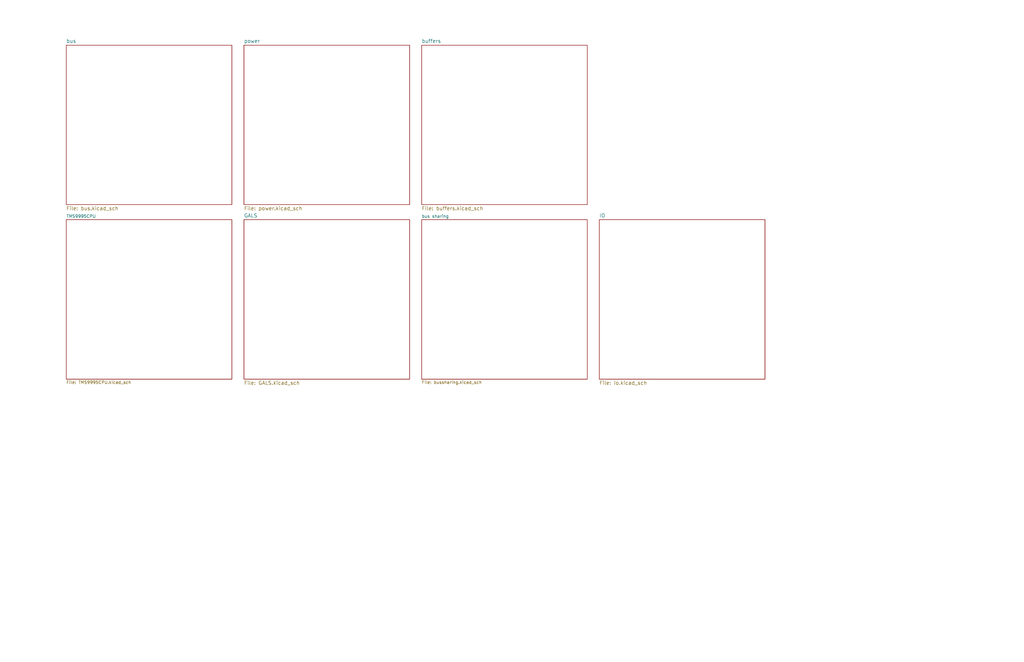
<source format=kicad_sch>
(kicad_sch (version 20211123) (generator eeschema)

  (uuid 18cdbc1e-88fb-4fa4-ad3d-e978304be174)

  (paper "B")

  (title_block
    (title "DuoDyne TMS9995 CPU board")
    (date "2023-10-14")
    (rev "V0.5")
  )

  (lib_symbols
  )


  (sheet (at 102.87 92.71) (size 69.85 67.31) (fields_autoplaced)
    (stroke (width 0) (type solid) (color 0 0 0 0))
    (fill (color 0 0 0 0.0000))
    (uuid 00000000-0000-0000-0000-0000640c66b9)
    (property "Sheet name" "GALS" (id 0) (at 102.87 91.8714 0)
      (effects (font (size 1.524 1.524)) (justify left bottom))
    )
    (property "Sheet file" "GALS.kicad_sch" (id 1) (at 102.87 160.7062 0)
      (effects (font (size 1.524 1.524)) (justify left top))
    )
  )

  (sheet (at 252.73 92.71) (size 69.85 67.31) (fields_autoplaced)
    (stroke (width 0) (type solid) (color 0 0 0 0))
    (fill (color 0 0 0 0.0000))
    (uuid 00000000-0000-0000-0000-000064122c47)
    (property "Sheet name" "IO" (id 0) (at 252.73 91.8714 0)
      (effects (font (size 1.524 1.524)) (justify left bottom))
    )
    (property "Sheet file" "io.kicad_sch" (id 1) (at 252.73 160.7062 0)
      (effects (font (size 1.524 1.524)) (justify left top))
    )
  )

  (sheet (at 27.94 19.05) (size 69.85 67.31) (fields_autoplaced)
    (stroke (width 0) (type solid) (color 0 0 0 0))
    (fill (color 0 0 0 0.0000))
    (uuid 00000000-0000-0000-0000-00006416c532)
    (property "Sheet name" "bus" (id 0) (at 27.94 18.2114 0)
      (effects (font (size 1.524 1.524)) (justify left bottom))
    )
    (property "Sheet file" "bus.kicad_sch" (id 1) (at 27.94 87.0462 0)
      (effects (font (size 1.524 1.524)) (justify left top))
    )
  )

  (sheet (at 102.87 19.05) (size 69.85 67.31) (fields_autoplaced)
    (stroke (width 0) (type solid) (color 0 0 0 0))
    (fill (color 0 0 0 0.0000))
    (uuid 00000000-0000-0000-0000-0000643138dc)
    (property "Sheet name" "power" (id 0) (at 102.87 18.2114 0)
      (effects (font (size 1.524 1.524)) (justify left bottom))
    )
    (property "Sheet file" "power.kicad_sch" (id 1) (at 102.87 87.0462 0)
      (effects (font (size 1.524 1.524)) (justify left top))
    )
  )

  (sheet (at 177.8 19.05) (size 69.85 67.31) (fields_autoplaced)
    (stroke (width 0) (type solid) (color 0 0 0 0))
    (fill (color 0 0 0 0.0000))
    (uuid 00000000-0000-0000-0000-00006439f52f)
    (property "Sheet name" "buffers" (id 0) (at 177.8 18.2114 0)
      (effects (font (size 1.524 1.524)) (justify left bottom))
    )
    (property "Sheet file" "buffers.kicad_sch" (id 1) (at 177.8 87.0462 0)
      (effects (font (size 1.524 1.524)) (justify left top))
    )
  )

  (sheet (at 27.94 92.71) (size 69.85 67.31) (fields_autoplaced)
    (stroke (width 0.1524) (type solid) (color 0 0 0 0))
    (fill (color 0 0 0 0.0000))
    (uuid ba44e7a1-24af-4410-9b7f-d27d944b565f)
    (property "Sheet name" "TMS9995CPU" (id 0) (at 27.94 91.9984 0)
      (effects (font (size 1.27 1.27)) (justify left bottom))
    )
    (property "Sheet file" "TMS9995CPU.kicad_sch" (id 1) (at 27.94 160.6046 0)
      (effects (font (size 1.27 1.27)) (justify left top))
    )
  )

  (sheet (at 177.8 92.71) (size 69.85 67.31) (fields_autoplaced)
    (stroke (width 0.1524) (type solid) (color 0 0 0 0))
    (fill (color 0 0 0 0.0000))
    (uuid ff72463c-5183-4732-aac6-18e75b0f54a5)
    (property "Sheet name" "bus sharing" (id 0) (at 177.8 91.9984 0)
      (effects (font (size 1.27 1.27)) (justify left bottom))
    )
    (property "Sheet file" "bussharing.kicad_sch" (id 1) (at 177.8 160.6046 0)
      (effects (font (size 1.27 1.27)) (justify left top))
    )
  )

  (sheet_instances
    (path "/" (page "1"))
    (path "/00000000-0000-0000-0000-00006416c532" (page "2"))
    (path "/00000000-0000-0000-0000-0000643138dc" (page "4"))
    (path "/00000000-0000-0000-0000-0000640c66b9" (page "5"))
    (path "/00000000-0000-0000-0000-00006439f52f" (page "6"))
    (path "/ba44e7a1-24af-4410-9b7f-d27d944b565f" (page "9"))
    (path "/ff72463c-5183-4732-aac6-18e75b0f54a5" (page "9"))
    (path "/00000000-0000-0000-0000-000064122c47" (page "11"))
  )

  (symbol_instances
    (path "/00000000-0000-0000-0000-0000643138dc/00000000-0000-0000-0000-000061bf5d9e"
      (reference "#FLG01") (unit 1) (value "PWR_FLAG") (footprint "")
    )
    (path "/00000000-0000-0000-0000-0000643138dc/00000000-0000-0000-0000-000061c30931"
      (reference "#FLG02") (unit 1) (value "PWR_FLAG") (footprint "")
    )
    (path "/00000000-0000-0000-0000-0000643138dc/00000000-0000-0000-0000-0000677ee733"
      (reference "#FLG03") (unit 1) (value "PWR_FLAG") (footprint "")
    )
    (path "/00000000-0000-0000-0000-0000643138dc/00000000-0000-0000-0000-0000677eae37"
      (reference "#FLG04") (unit 1) (value "PWR_FLAG") (footprint "")
    )
    (path "/00000000-0000-0000-0000-0000643138dc/00000000-0000-0000-0000-000074815b64"
      (reference "#PWR01") (unit 1) (value "VCC") (footprint "")
    )
    (path "/00000000-0000-0000-0000-0000643138dc/00000000-0000-0000-0000-0000678b4d3c"
      (reference "#PWR02") (unit 1) (value "GND") (footprint "")
    )
    (path "/00000000-0000-0000-0000-0000643138dc/0b05c438-0a18-42a3-80d9-a010ec50bc5f"
      (reference "#PWR03") (unit 1) (value "VCC") (footprint "")
    )
    (path "/00000000-0000-0000-0000-0000643138dc/00000000-0000-0000-0000-0000748148d0"
      (reference "#PWR04") (unit 1) (value "GND") (footprint "")
    )
    (path "/00000000-0000-0000-0000-0000643138dc/00000000-0000-0000-0000-00006078f299"
      (reference "#PWR05") (unit 1) (value "VCC") (footprint "")
    )
    (path "/00000000-0000-0000-0000-0000643138dc/00000000-0000-0000-0000-00005dc72f1a"
      (reference "#PWR06") (unit 1) (value "GND") (footprint "")
    )
    (path "/00000000-0000-0000-0000-0000643138dc/00000000-0000-0000-0000-000074740b2a"
      (reference "#PWR07") (unit 1) (value "VCC") (footprint "")
    )
    (path "/00000000-0000-0000-0000-0000643138dc/00000000-0000-0000-0000-000074741222"
      (reference "#PWR08") (unit 1) (value "GND") (footprint "")
    )
    (path "/00000000-0000-0000-0000-0000643138dc/00000000-0000-0000-0000-00006423b698"
      (reference "#PWR09") (unit 1) (value "GND") (footprint "")
    )
    (path "/00000000-0000-0000-0000-000064122c47/15071791-b3d4-4887-86a6-57d170297b9a"
      (reference "#PWR010") (unit 1) (value "GND") (footprint "")
    )
    (path "/00000000-0000-0000-0000-0000643138dc/00000000-0000-0000-0000-00006404b16d"
      (reference "#PWR011") (unit 1) (value "GND") (footprint "")
    )
    (path "/00000000-0000-0000-0000-0000640c66b9/a4797f3b-ac68-4414-b86f-be7c6e559220"
      (reference "#PWR012") (unit 1) (value "VCC") (footprint "")
    )
    (path "/00000000-0000-0000-0000-0000640c66b9/2efad921-8ad6-4dc4-b1b8-f0f724348af4"
      (reference "#PWR013") (unit 1) (value "GND") (footprint "")
    )
    (path "/00000000-0000-0000-0000-00006439f52f/00000000-0000-0000-0000-00006442f2c6"
      (reference "#PWR014") (unit 1) (value "VCC") (footprint "")
    )
    (path "/00000000-0000-0000-0000-00006439f52f/00000000-0000-0000-0000-00006442f2cc"
      (reference "#PWR015") (unit 1) (value "GND") (footprint "")
    )
    (path "/00000000-0000-0000-0000-00006439f52f/00000000-0000-0000-0000-00006449eaff"
      (reference "#PWR016") (unit 1) (value "VCC") (footprint "")
    )
    (path "/00000000-0000-0000-0000-00006439f52f/00000000-0000-0000-0000-00006449eb05"
      (reference "#PWR017") (unit 1) (value "GND") (footprint "")
    )
    (path "/00000000-0000-0000-0000-00006439f52f/00000000-0000-0000-0000-00006424b529"
      (reference "#PWR018") (unit 1) (value "VCC") (footprint "")
    )
    (path "/00000000-0000-0000-0000-00006439f52f/00000000-0000-0000-0000-00006424b533"
      (reference "#PWR019") (unit 1) (value "GND") (footprint "")
    )
    (path "/00000000-0000-0000-0000-00006439f52f/00000000-0000-0000-0000-00006450229d"
      (reference "#PWR020") (unit 1) (value "VCC") (footprint "")
    )
    (path "/00000000-0000-0000-0000-00006439f52f/00000000-0000-0000-0000-0000645022a3"
      (reference "#PWR021") (unit 1) (value "GND") (footprint "")
    )
    (path "/00000000-0000-0000-0000-00006439f52f/00000000-0000-0000-0000-0000645681a7"
      (reference "#PWR022") (unit 1) (value "VCC") (footprint "")
    )
    (path "/00000000-0000-0000-0000-00006439f52f/00000000-0000-0000-0000-0000645681ad"
      (reference "#PWR023") (unit 1) (value "GND") (footprint "")
    )
    (path "/00000000-0000-0000-0000-00006439f52f/00000000-0000-0000-0000-000064568219"
      (reference "#PWR024") (unit 1) (value "VCC") (footprint "")
    )
    (path "/00000000-0000-0000-0000-00006439f52f/00000000-0000-0000-0000-000064568202"
      (reference "#PWR025") (unit 1) (value "GND") (footprint "")
    )
    (path "/00000000-0000-0000-0000-00006439f52f/00000000-0000-0000-0000-0000645681c8"
      (reference "#PWR026") (unit 1) (value "VCC") (footprint "")
    )
    (path "/00000000-0000-0000-0000-00006439f52f/00000000-0000-0000-0000-0000645681ed"
      (reference "#PWR027") (unit 1) (value "VCC") (footprint "")
    )
    (path "/ba44e7a1-24af-4410-9b7f-d27d944b565f/3cc29f7e-701a-468f-af0c-b5cf4a98cba6"
      (reference "#PWR028") (unit 1) (value "GND") (footprint "")
    )
    (path "/ba44e7a1-24af-4410-9b7f-d27d944b565f/4d5c28d5-4cf7-4a94-8914-c49f8551d0a9"
      (reference "#PWR029") (unit 1) (value "VCC") (footprint "")
    )
    (path "/ba44e7a1-24af-4410-9b7f-d27d944b565f/b8101aa5-622f-49d1-bd4b-171fb0e1b177"
      (reference "#PWR030") (unit 1) (value "VCC") (footprint "")
    )
    (path "/ba44e7a1-24af-4410-9b7f-d27d944b565f/259c1e27-6c88-43a3-bd92-a0fb0d994baa"
      (reference "#PWR031") (unit 1) (value "GND") (footprint "")
    )
    (path "/ba44e7a1-24af-4410-9b7f-d27d944b565f/be97bf64-9a03-4c9c-afb2-32aba1faa384"
      (reference "#PWR032") (unit 1) (value "VCC") (footprint "")
    )
    (path "/ba44e7a1-24af-4410-9b7f-d27d944b565f/e7ecaba3-e39c-49fa-8577-ab7fd79fd427"
      (reference "#PWR033") (unit 1) (value "VCC") (footprint "")
    )
    (path "/ba44e7a1-24af-4410-9b7f-d27d944b565f/d25e3ea3-269e-4ace-b2a7-c73ea8cca18c"
      (reference "#PWR034") (unit 1) (value "GND") (footprint "")
    )
    (path "/ba44e7a1-24af-4410-9b7f-d27d944b565f/66849d50-cfb6-49d8-b0db-a0514f4b55c1"
      (reference "#PWR035") (unit 1) (value "VCC") (footprint "")
    )
    (path "/ba44e7a1-24af-4410-9b7f-d27d944b565f/7263c228-c860-40a5-a116-b543618b06ad"
      (reference "#PWR036") (unit 1) (value "VCC") (footprint "")
    )
    (path "/ba44e7a1-24af-4410-9b7f-d27d944b565f/198a1232-547c-4dca-b5ee-ce570a587965"
      (reference "#PWR037") (unit 1) (value "GND") (footprint "")
    )
    (path "/ba44e7a1-24af-4410-9b7f-d27d944b565f/2816b918-d480-430a-8770-41992294d84e"
      (reference "#PWR038") (unit 1) (value "VCC") (footprint "")
    )
    (path "/ba44e7a1-24af-4410-9b7f-d27d944b565f/37b46c95-e2d3-4246-b9f5-d833c9f0c215"
      (reference "#PWR039") (unit 1) (value "GND") (footprint "")
    )
    (path "/ba44e7a1-24af-4410-9b7f-d27d944b565f/03730084-5be7-49cb-89e7-b45fb62cce63"
      (reference "#PWR040") (unit 1) (value "GND") (footprint "")
    )
    (path "/ba44e7a1-24af-4410-9b7f-d27d944b565f/173f069b-1a25-4ec4-b7fc-e8987ccb1676"
      (reference "#PWR042") (unit 1) (value "VCC") (footprint "")
    )
    (path "/ba44e7a1-24af-4410-9b7f-d27d944b565f/29169240-15e5-47bb-8e29-c78bde4e79ff"
      (reference "#PWR043") (unit 1) (value "GND") (footprint "")
    )
    (path "/ba44e7a1-24af-4410-9b7f-d27d944b565f/eb1fd595-c228-41ba-986d-c6a2281ef12f"
      (reference "#PWR044") (unit 1) (value "VCC") (footprint "")
    )
    (path "/ba44e7a1-24af-4410-9b7f-d27d944b565f/5306f2d9-6230-422e-a7b1-76c0ff4ced1c"
      (reference "#PWR045") (unit 1) (value "VCC") (footprint "")
    )
    (path "/ba44e7a1-24af-4410-9b7f-d27d944b565f/fc3e05fc-f7df-4ef3-af6e-698f6e4ff458"
      (reference "#PWR046") (unit 1) (value "VCC") (footprint "")
    )
    (path "/ba44e7a1-24af-4410-9b7f-d27d944b565f/34f608f4-2d81-456a-9da7-bffe3c1ace9f"
      (reference "#PWR047") (unit 1) (value "GND") (footprint "")
    )
    (path "/ba44e7a1-24af-4410-9b7f-d27d944b565f/42f2b020-44a1-47f3-b086-dad55ca8160e"
      (reference "#PWR048") (unit 1) (value "VCC") (footprint "")
    )
    (path "/ba44e7a1-24af-4410-9b7f-d27d944b565f/601ab693-f931-4972-af23-e5787e36703d"
      (reference "#PWR049") (unit 1) (value "GND") (footprint "")
    )
    (path "/ff72463c-5183-4732-aac6-18e75b0f54a5/af7728e2-77a6-42e1-b83b-74b73a641017"
      (reference "#PWR050") (unit 1) (value "VCC") (footprint "")
    )
    (path "/ff72463c-5183-4732-aac6-18e75b0f54a5/b8719e59-7a0a-4ba6-991f-41f58e94fcb1"
      (reference "#PWR051") (unit 1) (value "GND") (footprint "")
    )
    (path "/ff72463c-5183-4732-aac6-18e75b0f54a5/ed69963f-027d-4792-9372-6a6ffaf51f59"
      (reference "#PWR052") (unit 1) (value "VCC") (footprint "")
    )
    (path "/ff72463c-5183-4732-aac6-18e75b0f54a5/021a36b7-9b9d-44b8-9f8e-190006634ff6"
      (reference "#PWR053") (unit 1) (value "GND") (footprint "")
    )
    (path "/ff72463c-5183-4732-aac6-18e75b0f54a5/c037e2c3-6490-41cd-8767-79bef062cff4"
      (reference "#PWR054") (unit 1) (value "VCC") (footprint "")
    )
    (path "/ff72463c-5183-4732-aac6-18e75b0f54a5/72aba676-917b-4589-a106-e581b32a66a1"
      (reference "#PWR055") (unit 1) (value "GND") (footprint "")
    )
    (path "/ff72463c-5183-4732-aac6-18e75b0f54a5/893b6c75-4100-487f-8d38-1c7ad7464436"
      (reference "#PWR056") (unit 1) (value "VCC") (footprint "")
    )
    (path "/ff72463c-5183-4732-aac6-18e75b0f54a5/6bfd9898-7e3b-41c6-990f-ce9becef3e9a"
      (reference "#PWR057") (unit 1) (value "VCC") (footprint "")
    )
    (path "/ff72463c-5183-4732-aac6-18e75b0f54a5/ebd0a8e2-a227-4479-9686-30658bb7f6d9"
      (reference "#PWR058") (unit 1) (value "VCC") (footprint "")
    )
    (path "/00000000-0000-0000-0000-000064122c47/8931dd2e-1a6b-4373-ba23-2be7535739c2"
      (reference "#PWR059") (unit 1) (value "VCC") (footprint "")
    )
    (path "/00000000-0000-0000-0000-000064122c47/3e82b738-a89f-44f6-990d-46da8d7b139e"
      (reference "#PWR060") (unit 1) (value "GND") (footprint "")
    )
    (path "/00000000-0000-0000-0000-000064122c47/d7f217b2-63cd-448a-8237-28b1f70a4a4d"
      (reference "#PWR061") (unit 1) (value "GND") (footprint "")
    )
    (path "/00000000-0000-0000-0000-000064122c47/f68cd8ee-9942-4899-a677-8bef31643488"
      (reference "#PWR062") (unit 1) (value "VCC") (footprint "")
    )
    (path "/00000000-0000-0000-0000-000064122c47/6c07ed90-d592-4244-820d-0ce706162e4d"
      (reference "#PWR063") (unit 1) (value "VCC") (footprint "")
    )
    (path "/00000000-0000-0000-0000-000064122c47/e0b1acb4-2039-42a6-88ba-cd2ae60872f6"
      (reference "#PWR064") (unit 1) (value "GND") (footprint "")
    )
    (path "/00000000-0000-0000-0000-000064122c47/89670654-a360-4929-9c55-967df57abd69"
      (reference "#PWR065") (unit 1) (value "GND") (footprint "")
    )
    (path "/00000000-0000-0000-0000-000064122c47/12e3dfb6-a7be-44d4-90d7-5eac3d34133c"
      (reference "#PWR066") (unit 1) (value "VCC") (footprint "")
    )
    (path "/00000000-0000-0000-0000-000064122c47/fa397b1d-3f86-46ce-a3fa-875cbf19e02e"
      (reference "#PWR067") (unit 1) (value "GND") (footprint "")
    )
    (path "/00000000-0000-0000-0000-000064122c47/0b8e7f69-795b-44fe-a842-9d8beba4ab7f"
      (reference "#PWR068") (unit 1) (value "VCC") (footprint "")
    )
    (path "/00000000-0000-0000-0000-000064122c47/4b7bdf84-f9a6-43f9-bd5a-88b4fb8dc7d1"
      (reference "#PWR069") (unit 1) (value "VCC") (footprint "")
    )
    (path "/ba44e7a1-24af-4410-9b7f-d27d944b565f/afde1c57-8977-4a19-a365-2659e31b285c"
      (reference "#PWR070") (unit 1) (value "GND") (footprint "")
    )
    (path "/00000000-0000-0000-0000-0000643138dc/1852e14f-4b7c-4953-8076-6d8ca6e51eb3"
      (reference "C1") (unit 1) (value "0.1u") (footprint "Capacitor_THT:C_Disc_D5.0mm_W2.5mm_P5.00mm")
    )
    (path "/00000000-0000-0000-0000-0000643138dc/00000000-0000-0000-0000-000066ef3cb5"
      (reference "C2") (unit 1) (value "0.1u") (footprint "Capacitor_THT:C_Disc_D5.0mm_W2.5mm_P5.00mm")
    )
    (path "/00000000-0000-0000-0000-0000643138dc/00000000-0000-0000-0000-000066ef3cb6"
      (reference "C3") (unit 1) (value "0.1u") (footprint "Capacitor_THT:C_Disc_D5.0mm_W2.5mm_P5.00mm")
    )
    (path "/00000000-0000-0000-0000-0000643138dc/00000000-0000-0000-0000-000066ef3cb7"
      (reference "C4") (unit 1) (value "0.1u") (footprint "Capacitor_THT:C_Disc_D5.0mm_W2.5mm_P5.00mm")
    )
    (path "/00000000-0000-0000-0000-0000643138dc/00000000-0000-0000-0000-000066ef3cb8"
      (reference "C5") (unit 1) (value "0.1u") (footprint "Capacitor_THT:C_Disc_D5.0mm_W2.5mm_P5.00mm")
    )
    (path "/00000000-0000-0000-0000-0000643138dc/00000000-0000-0000-0000-000066ef3cb9"
      (reference "C6") (unit 1) (value "0.1u") (footprint "Capacitor_THT:C_Disc_D5.0mm_W2.5mm_P5.00mm")
    )
    (path "/00000000-0000-0000-0000-0000643138dc/00000000-0000-0000-0000-000066ef3cb0"
      (reference "C7") (unit 1) (value "0.1u") (footprint "Capacitor_THT:C_Disc_D5.0mm_W2.5mm_P5.00mm")
    )
    (path "/00000000-0000-0000-0000-0000643138dc/00000000-0000-0000-0000-0000604aaf75"
      (reference "C8") (unit 1) (value "0.1u") (footprint "Capacitor_THT:C_Disc_D5.0mm_W2.5mm_P5.00mm")
    )
    (path "/00000000-0000-0000-0000-0000643138dc/00000000-0000-0000-0000-0000604aaf7b"
      (reference "C9") (unit 1) (value "0.1u") (footprint "Capacitor_THT:C_Disc_D5.0mm_W2.5mm_P5.00mm")
    )
    (path "/00000000-0000-0000-0000-0000643138dc/00000000-0000-0000-0000-0000604aaf81"
      (reference "C11") (unit 1) (value "0.1u") (footprint "Capacitor_THT:C_Disc_D5.0mm_W2.5mm_P5.00mm")
    )
    (path "/00000000-0000-0000-0000-0000643138dc/00000000-0000-0000-0000-0000604aaf87"
      (reference "C12") (unit 1) (value "0.1u") (footprint "Capacitor_THT:C_Disc_D5.0mm_W2.5mm_P5.00mm")
    )
    (path "/00000000-0000-0000-0000-0000643138dc/00000000-0000-0000-0000-0000619d49ce"
      (reference "C14") (unit 1) (value "0.1u") (footprint "Capacitor_THT:C_Disc_D5.0mm_W2.5mm_P5.00mm")
    )
    (path "/00000000-0000-0000-0000-0000643138dc/00000000-0000-0000-0000-0000619d4c6a"
      (reference "C16") (unit 1) (value "0.1u") (footprint "Capacitor_THT:C_Disc_D5.0mm_W2.5mm_P5.00mm")
    )
    (path "/00000000-0000-0000-0000-0000643138dc/00000000-0000-0000-0000-000063a0f723"
      (reference "C17") (unit 1) (value "0.1u") (footprint "Capacitor_THT:C_Disc_D5.0mm_W2.5mm_P5.00mm")
    )
    (path "/00000000-0000-0000-0000-0000643138dc/00000000-0000-0000-0000-00006039bd2a"
      (reference "C18") (unit 1) (value "10u") (footprint "Capacitor_THT:CP_Radial_D5.0mm_P2.50mm")
    )
    (path "/00000000-0000-0000-0000-0000643138dc/00000000-0000-0000-0000-0000621873dc"
      (reference "C19") (unit 1) (value "0.1u") (footprint "Capacitor_THT:C_Disc_D5.0mm_W2.5mm_P5.00mm")
    )
    (path "/00000000-0000-0000-0000-0000643138dc/00000000-0000-0000-0000-000066ef3cb2"
      (reference "C20") (unit 1) (value "10u") (footprint "Capacitor_THT:CP_Radial_D5.0mm_P2.50mm")
    )
    (path "/00000000-0000-0000-0000-0000643138dc/00000000-0000-0000-0000-0000603a8e72"
      (reference "C21") (unit 1) (value "0.1u") (footprint "Capacitor_THT:C_Disc_D5.0mm_W2.5mm_P5.00mm")
    )
    (path "/00000000-0000-0000-0000-0000643138dc/00000000-0000-0000-0000-000066ef3cb1"
      (reference "C22") (unit 1) (value "10u") (footprint "Capacitor_THT:CP_Radial_D5.0mm_P2.50mm")
    )
    (path "/00000000-0000-0000-0000-0000643138dc/00000000-0000-0000-0000-0000603a3d80"
      (reference "C24") (unit 1) (value "10u") (footprint "Capacitor_THT:CP_Radial_D5.0mm_P2.50mm")
    )
    (path "/00000000-0000-0000-0000-0000643138dc/00000000-0000-0000-0000-00006046282a"
      (reference "C26") (unit 1) (value "22u") (footprint "Capacitor_THT:CP_Radial_D5.0mm_P2.50mm")
    )
    (path "/00000000-0000-0000-0000-0000643138dc/00000000-0000-0000-0000-00005ec2d28f"
      (reference "C28") (unit 1) (value "47uF") (footprint "Capacitor_THT:CP_Radial_D5.0mm_P2.50mm")
    )
    (path "/ba44e7a1-24af-4410-9b7f-d27d944b565f/ea5f082f-6004-49b0-9d20-d03460e48d7e"
      (reference "C40") (unit 1) (value "15pf") (footprint "Capacitor_THT:C_Disc_D5.0mm_W2.5mm_P5.00mm")
    )
    (path "/ba44e7a1-24af-4410-9b7f-d27d944b565f/d019e729-d586-4e16-abe8-b2ff6d47b915"
      (reference "C41") (unit 1) (value "15pf") (footprint "Capacitor_THT:C_Disc_D5.0mm_W2.5mm_P5.00mm")
    )
    (path "/ba44e7a1-24af-4410-9b7f-d27d944b565f/6f917208-18bf-48eb-bc7d-bf2e7e317aa0"
      (reference "C42") (unit 1) (value "10u") (footprint "Capacitor_THT:CP_Radial_D5.0mm_P2.50mm")
    )
    (path "/00000000-0000-0000-0000-0000643138dc/00000000-0000-0000-0000-000069da04ba"
      (reference "D1") (unit 1) (value "PWR") (footprint "LED_THT:LED_D3.0mm_Horizontal_O3.81mm_Z2.0mm")
    )
    (path "/ba44e7a1-24af-4410-9b7f-d27d944b565f/a490af47-b6de-4a43-9804-e7c3a74d6614"
      (reference "D2") (unit 1) (value "IDLE") (footprint "LED_THT:LED_D3.0mm_Horizontal_O3.81mm_Z2.0mm")
    )
    (path "/ba44e7a1-24af-4410-9b7f-d27d944b565f/51d2f1e9-2856-4685-a3a7-ff736c66dff8"
      (reference "D3") (unit 1) (value "MAP") (footprint "LED_THT:LED_D3.0mm_Horizontal_O3.81mm_Z2.0mm")
    )
    (path "/ba44e7a1-24af-4410-9b7f-d27d944b565f/e5d6193a-4b48-47f3-9c4e-07f266bdf5bc"
      (reference "D4") (unit 1) (value "1N4148") (footprint "Diode_THT:D_DO-35_SOD27_P7.62mm_Horizontal")
    )
    (path "/ff72463c-5183-4732-aac6-18e75b0f54a5/5755ef8b-e2f8-449d-8c67-f664738a44cf"
      (reference "D5") (unit 1) (value "TMS9995") (footprint "LED_THT:LED_D3.0mm_Horizontal_O3.81mm_Z2.0mm")
    )
    (path "/00000000-0000-0000-0000-000064122c47/1a307c45-b3c8-4dde-9d39-e77dcb582e1a"
      (reference "D6") (unit 1) (value "IDE ACT") (footprint "LED_THT:LED_D3.0mm_Horizontal_O3.81mm_Z2.0mm")
    )
    (path "/00000000-0000-0000-0000-0000643138dc/00000000-0000-0000-0000-0000640ace56"
      (reference "H1") (unit 1) (value "MountingHole") (footprint "MountingHole:MountingHole_3.2mm_M3_Pad")
    )
    (path "/00000000-0000-0000-0000-0000643138dc/00000000-0000-0000-0000-000063eab760"
      (reference "H2") (unit 1) (value "MountingHole") (footprint "MountingHole:MountingHole_3.2mm_M3_Pad")
    )
    (path "/ff72463c-5183-4732-aac6-18e75b0f54a5/02241426-65ba-4b8d-a592-6b03616ff6c9"
      (reference "J1") (unit 1) (value "IO ADDRESS SELECT") (footprint "Connector_PinHeader_2.54mm:PinHeader_2x08_P2.54mm_Vertical")
    )
    (path "/ff72463c-5183-4732-aac6-18e75b0f54a5/ccdb0986-66fd-45c0-b020-9f08c2cfb945"
      (reference "J2") (unit 1) (value "TMS9995 RESET") (footprint "Connector_PinHeader_2.54mm:PinHeader_1x03_P2.54mm_Horizontal")
    )
    (path "/ff72463c-5183-4732-aac6-18e75b0f54a5/59e4b649-c943-4500-8e90-5772679f08ed"
      (reference "J3") (unit 1) (value "TMS9995 ONLY") (footprint "Connector_PinHeader_2.54mm:PinHeader_1x03_P2.54mm_Horizontal")
    )
    (path "/00000000-0000-0000-0000-000064122c47/dc780eca-4885-479a-93d6-5bff0f548d53"
      (reference "J4") (unit 1) (value "Enable Serial Int") (footprint "Connector_PinHeader_2.54mm:PinHeader_1x02_P2.54mm_Vertical")
    )
    (path "/00000000-0000-0000-0000-000064122c47/048e3a0b-f65e-4769-85b8-3354c180712e"
      (reference "J5") (unit 1) (value "TTL SERIAL 0") (footprint "Connector_PinHeader_2.54mm:PinHeader_1x06_P2.54mm_Horizontal")
    )
    (path "/00000000-0000-0000-0000-000064122c47/7024ff45-b99f-4db3-b7a4-ddfe58e098d5"
      (reference "J6") (unit 1) (value "TTL SER 0 PWR") (footprint "Connector_PinHeader_2.54mm:PinHeader_1x02_P2.54mm_Vertical")
    )
    (path "/00000000-0000-0000-0000-000064122c47/a0515a0c-e31c-4ffd-8eb8-3b034a580ca3"
      (reference "J7") (unit 1) (value "USER OUT") (footprint "Connector_PinHeader_2.54mm:PinHeader_1x07_P2.54mm_Horizontal")
    )
    (path "/00000000-0000-0000-0000-00006439f52f/00000000-0000-0000-0000-0000645681d6"
      (reference "JP1") (unit 1) (value "BUS CPU") (footprint "Connector_PinHeader_2.54mm:PinHeader_2x04_P2.54mm_Vertical")
    )
    (path "/ba44e7a1-24af-4410-9b7f-d27d944b565f/ad11d460-bd10-4cc5-ad78-3ca648dd8168"
      (reference "JP2") (unit 1) (value "RES SEL") (footprint "Connector_PinHeader_2.54mm:PinHeader_1x03_P2.54mm_Vertical")
    )
    (path "/ba44e7a1-24af-4410-9b7f-d27d944b565f/8a6135b2-6754-430a-8c04-1b109ec0cfe4"
      (reference "JP3") (unit 1) (value "RES OUT") (footprint "Jumper:SolderJumper-2_P1.3mm_Bridged_Pad1.0x1.5mm")
    )
    (path "/00000000-0000-0000-0000-000064122c47/c15eaa75-2ad3-4662-a896-ab2f5431c89f"
      (reference "JP4") (unit 1) (value "EXT IDE LED") (footprint "Connector_PinHeader_2.54mm:PinHeader_1x02_P2.54mm_Vertical")
    )
    (path "/00000000-0000-0000-0000-000064122c47/2c71e502-4f76-4802-aa7e-3fa3103fa38c"
      (reference "JP5") (unit 1) (value "IDE PWR") (footprint "Connector_PinHeader_2.54mm:PinHeader_1x03_P2.54mm_Vertical")
    )
    (path "/00000000-0000-0000-0000-0000643138dc/940691be-1c9f-42e2-ace8-25f93580c5d0"
      (reference "NT2") (unit 1) (value "NetTie_2") (footprint "NetTie:NetTie-2_THT_Pad0.3mm")
    )
    (path "/00000000-0000-0000-0000-00006416c532/00000000-0000-0000-0000-000064220138"
      (reference "P1") (unit 1) (value "CONN_02X25") (footprint "Connector_IDC:IDC-Header_2x25_P2.54mm_Horizontal")
    )
    (path "/00000000-0000-0000-0000-00006416c532/00000000-0000-0000-0000-000069da04b6"
      (reference "P2") (unit 1) (value "CONN_02X25") (footprint "Connector_IDC:IDC-Header_2x25_P2.54mm_Horizontal")
    )
    (path "/00000000-0000-0000-0000-00006416c532/00000000-0000-0000-0000-000069da04b5"
      (reference "P3") (unit 1) (value "CONN_02X25") (footprint "Connector_IDC:IDC-Header_2x25_P2.54mm_Horizontal")
    )
    (path "/00000000-0000-0000-0000-000064122c47/f9c457c7-e031-4dbd-9c81-6beff3402656"
      (reference "P4") (unit 1) (value "8 BIT IDE (CF)") (footprint "Connector_IDC:IDC-Header_2x20_P2.54mm_Horizontal")
    )
    (path "/00000000-0000-0000-0000-0000643138dc/5a376e85-8892-405f-ab1e-432fa09c880c"
      (reference "R1") (unit 1) (value "470") (footprint "Resistor_THT:R_Axial_DIN0207_L6.3mm_D2.5mm_P7.62mm_Horizontal")
    )
    (path "/ba44e7a1-24af-4410-9b7f-d27d944b565f/6b593287-f8fa-4a68-9c73-7dfcddaa68df"
      (reference "R2") (unit 1) (value "10K") (footprint "Resistor_THT:R_Axial_DIN0207_L6.3mm_D2.5mm_P7.62mm_Horizontal")
    )
    (path "/ba44e7a1-24af-4410-9b7f-d27d944b565f/692b190d-d3ce-4f61-a362-6f0a62f37cbe"
      (reference "R3") (unit 1) (value "470") (footprint "Resistor_THT:R_Axial_DIN0207_L6.3mm_D2.5mm_P7.62mm_Horizontal")
    )
    (path "/ba44e7a1-24af-4410-9b7f-d27d944b565f/9c51999d-7af4-401e-8c3e-87ffc9d8e05e"
      (reference "R4") (unit 1) (value "10K") (footprint "Resistor_THT:R_Axial_DIN0207_L6.3mm_D2.5mm_P7.62mm_Horizontal")
    )
    (path "/ba44e7a1-24af-4410-9b7f-d27d944b565f/4960f7b2-8060-4d58-8eca-c1f894027573"
      (reference "R5") (unit 1) (value "10K") (footprint "Resistor_THT:R_Axial_DIN0207_L6.3mm_D2.5mm_P7.62mm_Horizontal")
    )
    (path "/ba44e7a1-24af-4410-9b7f-d27d944b565f/c5826df7-80b5-4f36-9059-6d9034e5b8bb"
      (reference "R6") (unit 1) (value "10K") (footprint "Resistor_THT:R_Axial_DIN0207_L6.3mm_D2.5mm_P7.62mm_Horizontal")
    )
    (path "/ba44e7a1-24af-4410-9b7f-d27d944b565f/aa16a948-7115-4f9a-9757-4f956f4b9a09"
      (reference "R7") (unit 1) (value "470") (footprint "Resistor_THT:R_Axial_DIN0207_L6.3mm_D2.5mm_P7.62mm_Horizontal")
    )
    (path "/ba44e7a1-24af-4410-9b7f-d27d944b565f/3d6e5635-b8f1-4698-b22a-ceff57ee5c0c"
      (reference "R8") (unit 1) (value "10") (footprint "Resistor_THT:R_Axial_DIN0207_L6.3mm_D2.5mm_P7.62mm_Horizontal")
    )
    (path "/ba44e7a1-24af-4410-9b7f-d27d944b565f/bdc6c1fd-09e1-4410-85e2-735d7f251158"
      (reference "R9") (unit 1) (value "10K") (footprint "Resistor_THT:R_Axial_DIN0207_L6.3mm_D2.5mm_P7.62mm_Horizontal")
    )
    (path "/ff72463c-5183-4732-aac6-18e75b0f54a5/b7989ea5-e673-4ff5-86eb-aae2e2e4bb02"
      (reference "R10") (unit 1) (value "470Ω") (footprint "Resistor_THT:R_Axial_DIN0207_L6.3mm_D2.5mm_P7.62mm_Horizontal")
    )
    (path "/ff72463c-5183-4732-aac6-18e75b0f54a5/88d7e15b-b880-4387-a3f4-7cffe3070301"
      (reference "R11") (unit 1) (value "1KΩ") (footprint "Resistor_THT:R_Axial_DIN0207_L6.3mm_D2.5mm_P7.62mm_Horizontal")
    )
    (path "/00000000-0000-0000-0000-000064122c47/05b4cdcf-3eb5-4697-9361-411a13ebaa87"
      (reference "R12") (unit 1) (value "470") (footprint "Resistor_THT:R_Axial_DIN0207_L6.3mm_D2.5mm_P7.62mm_Horizontal")
    )
    (path "/00000000-0000-0000-0000-000064122c47/53c9f5a3-4e80-45ee-982c-23c8f2f5cd96"
      (reference "R13") (unit 1) (value "470") (footprint "Resistor_THT:R_Axial_DIN0207_L6.3mm_D2.5mm_P7.62mm_Horizontal")
    )
    (path "/00000000-0000-0000-0000-000064122c47/f11cbda2-6ee7-47db-ba88-06b95703b540"
      (reference "R14") (unit 1) (value "10K") (footprint "Resistor_THT:R_Axial_DIN0207_L6.3mm_D2.5mm_P7.62mm_Horizontal")
    )
    (path "/ba44e7a1-24af-4410-9b7f-d27d944b565f/ef550797-6f6d-4ca7-b08e-be32af81b985"
      (reference "R15") (unit 1) (value "10K") (footprint "Resistor_THT:R_Axial_DIN0207_L6.3mm_D2.5mm_P7.62mm_Horizontal")
    )
    (path "/00000000-0000-0000-0000-00006439f52f/00000000-0000-0000-0000-0000645681c2"
      (reference "RN1") (unit 1) (value "4700") (footprint "Resistor_THT:R_Array_SIP9")
    )
    (path "/00000000-0000-0000-0000-00006439f52f/00000000-0000-0000-0000-0000645681f3"
      (reference "RN2") (unit 1) (value "4700") (footprint "Resistor_THT:R_Array_SIP9")
    )
    (path "/ff72463c-5183-4732-aac6-18e75b0f54a5/58086d53-75ab-42eb-a5ff-974dc635f05a"
      (reference "RN3") (unit 1) (value "1KΩ") (footprint "Resistor_THT:R_Array_SIP9")
    )
    (path "/ba44e7a1-24af-4410-9b7f-d27d944b565f/b8ec693a-10f4-4ace-8cdb-70268bda527b"
      (reference "RN4") (unit 1) (value "10KΩ") (footprint "Resistor_THT:R_Array_SIP9")
    )
    (path "/ba44e7a1-24af-4410-9b7f-d27d944b565f/804b5f9b-30de-4640-b49b-0af90de7dbe2"
      (reference "SW1") (unit 1) (value "RESET") (footprint "Button_Switch_THT:SW_Tactile_SPST_Angled_PTS645Vx58-2LFS")
    )
    (path "/ff72463c-5183-4732-aac6-18e75b0f54a5/48fd6390-961b-4581-92cc-1d3a9b34ee91"
      (reference "U1") (unit 1) (value "74LS14") (footprint "Package_DIP:DIP-14_W7.62mm_Socket_LongPads")
    )
    (path "/00000000-0000-0000-0000-0000643138dc/7f0b2841-76e1-4687-a366-5c172ca4e93b"
      (reference "U1") (unit 2) (value "74LS14") (footprint "Package_DIP:DIP-14_W7.62mm_Socket_LongPads")
    )
    (path "/ff72463c-5183-4732-aac6-18e75b0f54a5/06c0594b-037a-4b57-9473-e3da9eec0334"
      (reference "U1") (unit 3) (value "74LS14") (footprint "Package_DIP:DIP-14_W7.62mm_Socket_LongPads")
    )
    (path "/00000000-0000-0000-0000-0000643138dc/f42e38bd-a59b-4a25-8369-cc07f819526b"
      (reference "U1") (unit 4) (value "74LS14") (footprint "Package_DIP:DIP-14_W7.62mm_Socket_LongPads")
    )
    (path "/ba44e7a1-24af-4410-9b7f-d27d944b565f/6b5429a4-8032-4f59-a214-d3d113dc6dbe"
      (reference "U1") (unit 5) (value "74LS14") (footprint "Package_DIP:DIP-14_W7.62mm_Socket_LongPads")
    )
    (path "/ff72463c-5183-4732-aac6-18e75b0f54a5/2f6dd24e-3168-4cbe-9932-8ece8498d39b"
      (reference "U1") (unit 6) (value "74LS14") (footprint "Package_DIP:DIP-14_W7.62mm_Socket_LongPads")
    )
    (path "/00000000-0000-0000-0000-0000643138dc/a3f7c2b5-1070-48f7-833c-ead296d86938"
      (reference "U1") (unit 7) (value "74LS14") (footprint "Package_DIP:DIP-14_W7.62mm_Socket_LongPads")
    )
    (path "/ba44e7a1-24af-4410-9b7f-d27d944b565f/d8992bfe-1390-4dde-a57a-f014361ded52"
      (reference "U2") (unit 1) (value "74LS07") (footprint "Package_DIP:DIP-14_W7.62mm_Socket_LongPads")
    )
    (path "/ff72463c-5183-4732-aac6-18e75b0f54a5/15c18402-cc53-4ad9-9b52-5ded90b3c893"
      (reference "U2") (unit 2) (value "74LS07") (footprint "Package_DIP:DIP-14_W7.62mm_Socket_LongPads")
    )
    (path "/00000000-0000-0000-0000-0000643138dc/3b06fd4d-2cc5-4a0d-b697-b7f4cfed6d1e"
      (reference "U2") (unit 3) (value "74LS07") (footprint "Package_DIP:DIP-14_W7.62mm_Socket_LongPads")
    )
    (path "/00000000-0000-0000-0000-0000643138dc/432c6956-7da9-431e-83f0-be5ad92d928d"
      (reference "U2") (unit 4) (value "74LS07") (footprint "Package_DIP:DIP-14_W7.62mm_Socket_LongPads")
    )
    (path "/ff72463c-5183-4732-aac6-18e75b0f54a5/74bca526-009c-4018-87f4-b640c74bd1de"
      (reference "U2") (unit 5) (value "74LS07") (footprint "Package_DIP:DIP-14_W7.62mm_Socket_LongPads")
    )
    (path "/ff72463c-5183-4732-aac6-18e75b0f54a5/be700636-624f-4528-9e5d-ac25d61d285e"
      (reference "U2") (unit 6) (value "74LS07") (footprint "Package_DIP:DIP-14_W7.62mm_Socket_LongPads")
    )
    (path "/00000000-0000-0000-0000-0000643138dc/00000000-0000-0000-0000-0000603a96fc"
      (reference "U2") (unit 7) (value "74LS07") (footprint "Package_DIP:DIP-14_W7.62mm_Socket_LongPads")
    )
    (path "/ba44e7a1-24af-4410-9b7f-d27d944b565f/041c801a-8842-49d0-b730-804f11d803c6"
      (reference "U3") (unit 1) (value "TMS9995-DIP_1") (footprint "Package_DIP:DIP-40_W15.24mm_Socket_LongPads")
    )
    (path "/ba44e7a1-24af-4410-9b7f-d27d944b565f/e4573cf7-4f46-463b-9c9e-29414031c7f4"
      (reference "U4") (unit 1) (value "74LS04") (footprint "Package_DIP:DIP-14_W7.62mm_Socket_LongPads")
    )
    (path "/ba44e7a1-24af-4410-9b7f-d27d944b565f/a92bf14e-14f2-4cf6-96ec-c594ed508902"
      (reference "U4") (unit 2) (value "74LS04") (footprint "Package_DIP:DIP-14_W7.62mm_Socket_LongPads")
    )
    (path "/ba44e7a1-24af-4410-9b7f-d27d944b565f/f8ae8113-6e5f-4b08-beb3-f7ebbd4b5096"
      (reference "U4") (unit 3) (value "74LS04") (footprint "Package_DIP:DIP-14_W7.62mm_Socket_LongPads")
    )
    (path "/ba44e7a1-24af-4410-9b7f-d27d944b565f/59ff4395-3c34-407e-a9b4-753afdf41049"
      (reference "U4") (unit 4) (value "74LS04") (footprint "Package_DIP:DIP-14_W7.62mm_Socket_LongPads")
    )
    (path "/00000000-0000-0000-0000-000064122c47/81dbce87-45f9-41f8-8d6f-28bb83082088"
      (reference "U4") (unit 5) (value "74LS04") (footprint "Package_DIP:DIP-14_W7.62mm_Socket_LongPads")
    )
    (path "/00000000-0000-0000-0000-000064122c47/a0861326-3a34-4936-a965-44f477fa58fb"
      (reference "U4") (unit 6) (value "74LS04") (footprint "Package_DIP:DIP-14_W7.62mm_Socket_LongPads")
    )
    (path "/00000000-0000-0000-0000-0000643138dc/2a536ee9-0ff1-4d55-94da-8f5bd1b25061"
      (reference "U4") (unit 7) (value "74LS04") (footprint "Package_DIP:DIP-14_W7.62mm_Socket_LongPads")
    )
    (path "/ba44e7a1-24af-4410-9b7f-d27d944b565f/ef12288c-99f8-4a7b-8186-6ab407639d1c"
      (reference "U5") (unit 1) (value "74LS74") (footprint "Package_DIP:DIP-14_W7.62mm_Socket_LongPads")
    )
    (path "/ba44e7a1-24af-4410-9b7f-d27d944b565f/3c5baa4c-bd4c-49f4-b367-e8124ba0474a"
      (reference "U5") (unit 2) (value "74LS74") (footprint "Package_DIP:DIP-14_W7.62mm_Socket_LongPads")
    )
    (path "/00000000-0000-0000-0000-0000643138dc/9c0bc999-a1b6-4108-bf78-c6deb8d61bd4"
      (reference "U5") (unit 3) (value "74LS74") (footprint "Package_DIP:DIP-14_W7.62mm_Socket_LongPads")
    )
    (path "/ba44e7a1-24af-4410-9b7f-d27d944b565f/aaf25462-c38a-438f-a1d3-48382deace76"
      (reference "U6") (unit 1) (value "74LS112") (footprint "Package_DIP:DIP-16_W7.62mm_Socket_LongPads")
    )
    (path "/ba44e7a1-24af-4410-9b7f-d27d944b565f/50c5fe21-6742-4abd-be33-a1fcbc7ebb51"
      (reference "U6") (unit 2) (value "74LS112") (footprint "Package_DIP:DIP-16_W7.62mm_Socket_LongPads")
    )
    (path "/00000000-0000-0000-0000-0000643138dc/dc5e2e4c-a8c5-41cb-8245-08d9b9ae1d1f"
      (reference "U6") (unit 3) (value "74LS112") (footprint "Package_DIP:DIP-16_W7.62mm_Socket_LongPads")
    )
    (path "/ff72463c-5183-4732-aac6-18e75b0f54a5/871712b3-cfe1-418b-a978-f4764d808aa1"
      (reference "U7") (unit 1) (value "74LS74") (footprint "Package_DIP:DIP-14_W7.62mm_Socket_LongPads")
    )
    (path "/ff72463c-5183-4732-aac6-18e75b0f54a5/e22940a4-5a06-4e4e-86ec-19c83cb5352d"
      (reference "U7") (unit 2) (value "74LS74") (footprint "Package_DIP:DIP-14_W7.62mm_Socket_LongPads")
    )
    (path "/00000000-0000-0000-0000-0000643138dc/a142c83f-c8c9-43a4-8659-12390234b715"
      (reference "U7") (unit 3) (value "74LS74") (footprint "Package_DIP:DIP-14_W7.62mm_Socket_LongPads")
    )
    (path "/00000000-0000-0000-0000-0000640c66b9/5a193138-134b-4fb2-95bb-2173df2e3a0b"
      (reference "U8") (unit 1) (value "GAL22V10") (footprint "Package_DIP:DIP-24_W7.62mm_Socket_LongPads")
    )
    (path "/00000000-0000-0000-0000-00006439f52f/cca11eda-8a31-42f7-9ee8-90340fd0fae5"
      (reference "U9") (unit 1) (value "74LS244") (footprint "Package_DIP:DIP-20_W7.62mm_Socket_LongPads")
    )
    (path "/00000000-0000-0000-0000-00006439f52f/39b116b0-5ed3-4f04-8a16-2f9b06809d8e"
      (reference "U10") (unit 1) (value "74LS244") (footprint "Package_DIP:DIP-20_W7.62mm_Socket_LongPads")
    )
    (path "/00000000-0000-0000-0000-00006439f52f/abf9ffad-6571-4984-843a-7b4118e8118b"
      (reference "U11") (unit 1) (value "74LS244") (footprint "Package_DIP:DIP-20_W7.62mm_Socket_LongPads")
    )
    (path "/00000000-0000-0000-0000-00006439f52f/00000000-0000-0000-0000-00006450228f"
      (reference "U12") (unit 1) (value "74LS245") (footprint "Package_DIP:DIP-20_W7.62mm_Socket_LongPads")
    )
    (path "/00000000-0000-0000-0000-00006439f52f/2534306c-d480-4e74-98ea-379d0ee00802"
      (reference "U13") (unit 1) (value "74LS244") (footprint "Package_DIP:DIP-20_W7.62mm_Socket_LongPads")
    )
    (path "/00000000-0000-0000-0000-00006439f52f/62d3c941-39e5-4094-83d2-81ab9f03d417"
      (reference "U14") (unit 1) (value "74LS244") (footprint "Package_DIP:DIP-20_W7.62mm_Socket_LongPads")
    )
    (path "/ba44e7a1-24af-4410-9b7f-d27d944b565f/12fdee71-6cb2-4474-8b7e-4de9f6b3c641"
      (reference "U15") (unit 1) (value "74LS138") (footprint "Package_DIP:DIP-16_W7.62mm_Socket_LongPads")
    )
    (path "/ba44e7a1-24af-4410-9b7f-d27d944b565f/66733683-c050-4432-96d3-630c65384e60"
      (reference "U16") (unit 1) (value "74LS32") (footprint "Package_DIP:DIP-14_W7.62mm_Socket_LongPads")
    )
    (path "/00000000-0000-0000-0000-0000643138dc/815479ac-3483-4336-adfb-0de7e81bcd00"
      (reference "U16") (unit 2) (value "74LS32") (footprint "Package_DIP:DIP-14_W7.62mm_Socket_LongPads")
    )
    (path "/00000000-0000-0000-0000-0000643138dc/4bc56cd6-55d2-431b-b671-555091771dcc"
      (reference "U16") (unit 3) (value "74LS32") (footprint "Package_DIP:DIP-14_W7.62mm_Socket_LongPads")
    )
    (path "/00000000-0000-0000-0000-0000643138dc/b11b4b44-860c-4dd0-93fe-6fb248bc2e19"
      (reference "U16") (unit 4) (value "74LS32") (footprint "Package_DIP:DIP-14_W7.62mm_Socket_LongPads")
    )
    (path "/00000000-0000-0000-0000-0000643138dc/381ff00f-560e-4012-882d-a2883bc35fdf"
      (reference "U16") (unit 5) (value "74LS32") (footprint "Package_DIP:DIP-14_W7.62mm_Socket_LongPads")
    )
    (path "/ba44e7a1-24af-4410-9b7f-d27d944b565f/c8107339-3a29-4fff-b3af-abc7151bdd9c"
      (reference "U17") (unit 1) (value "74LS688") (footprint "Package_DIP:DIP-20_W7.62mm_Socket_LongPads")
    )
    (path "/ba44e7a1-24af-4410-9b7f-d27d944b565f/87cb2f01-0614-4e82-bbae-151fda665d2d"
      (reference "U18") (unit 1) (value "27C256") (footprint "Package_DIP:DIP-28_W15.24mm_Socket_LongPads")
    )
    (path "/ba44e7a1-24af-4410-9b7f-d27d944b565f/71857ca6-ca59-4fad-8cc2-ab639300c160"
      (reference "U19") (unit 1) (value "DS1233") (footprint "Package_TO_SOT_THT:TO-92L_HandSolder")
    )
    (path "/ff72463c-5183-4732-aac6-18e75b0f54a5/7e959a4b-21e2-4c65-89cc-e91a41aca799"
      (reference "U20") (unit 1) (value "74LS688") (footprint "Package_DIP:DIP-20_W7.62mm_Socket_LongPads")
    )
    (path "/00000000-0000-0000-0000-000064122c47/592e7e60-fbf6-44dc-a973-af07b8c91e2c"
      (reference "U21") (unit 1) (value "TMS9902A") (footprint "Package_DIP:DIP-18_W7.62mm_Socket_LongPads")
    )
    (path "/00000000-0000-0000-0000-000064122c47/d70f92c6-84fc-4e84-aa86-af14839e4ab1"
      (reference "U22") (unit 1) (value "74LS259") (footprint "Package_DIP:DIP-16_W7.62mm_Socket_LongPads")
    )
    (path "/ba44e7a1-24af-4410-9b7f-d27d944b565f/e7a1665c-454d-45cd-95f5-ddb7e44a8cb1"
      (reference "U23") (unit 1) (value "74LS612-DIP") (footprint "Package_DIP:DIP-40_W15.24mm_Socket_LongPads")
    )
    (path "/ba44e7a1-24af-4410-9b7f-d27d944b565f/21998d13-ed66-4c9c-93ad-be096ba06e45"
      (reference "Y1") (unit 1) (value "12MHz") (footprint "Crystal:Crystal_HC49-U_Vertical")
    )
  )
)

</source>
